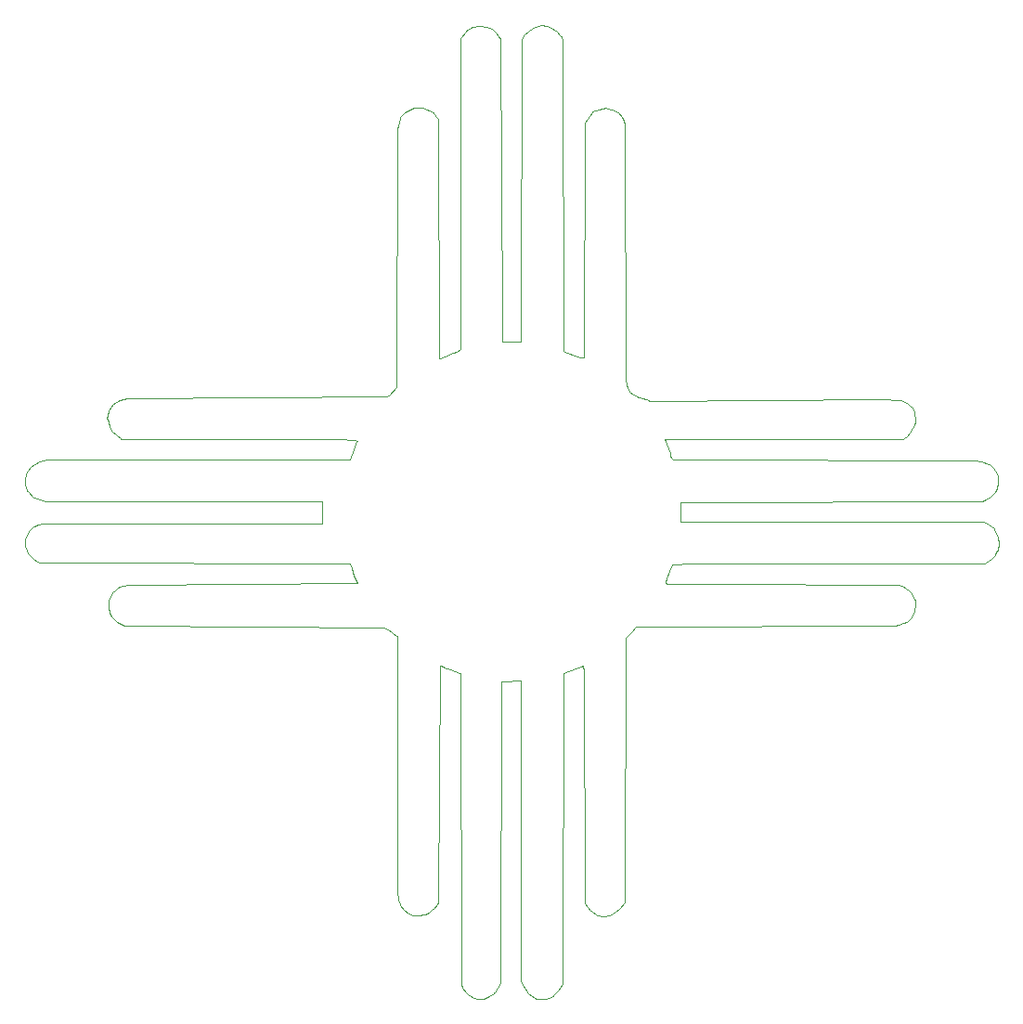
<source format=gm1>
G04 #@! TF.FileFunction,Profile,NP*
%FSLAX46Y46*%
G04 Gerber Fmt 4.6, Leading zero omitted, Abs format (unit mm)*
G04 Created by KiCad (PCBNEW 4.0.7) date Wednesday, July 25, 2018 'PMt' 09:51:56 PM*
%MOMM*%
%LPD*%
G01*
G04 APERTURE LIST*
%ADD10C,0.100000*%
G04 APERTURE END LIST*
D10*
X78663800Y-92278200D02*
X53428900Y-92263000D01*
X78663800Y-94272100D02*
X78663800Y-92278200D01*
X53055180Y-94272500D02*
X78663800Y-94272100D01*
X53601180Y-88437700D02*
X81193180Y-88442800D01*
X98649180Y-48807700D02*
X98650180Y-48808300D01*
X98626180Y-48808800D02*
X98649180Y-48807700D01*
X98603180Y-48809300D02*
X98626180Y-48808800D01*
X98601180Y-48810000D02*
X98603180Y-48809300D01*
X98599180Y-48810100D02*
X98601180Y-48810000D01*
X98096180Y-48935900D02*
X98599180Y-48810100D01*
X98078180Y-48944300D02*
X98096180Y-48935900D01*
X98060180Y-48951200D02*
X98078180Y-48944300D01*
X97525180Y-49284000D02*
X98060180Y-48951200D01*
X97515180Y-49293300D02*
X97525180Y-49284000D01*
X97503180Y-49300700D02*
X97515180Y-49293300D01*
X97024180Y-49765700D02*
X97503180Y-49300700D01*
X97013180Y-49781200D02*
X97024180Y-49765700D01*
X97001180Y-49795600D02*
X97013180Y-49781200D01*
X96858180Y-50055400D02*
X97001180Y-49795600D01*
X96856180Y-50061900D02*
X96858180Y-50055400D01*
X96852180Y-50067500D02*
X96856180Y-50061900D01*
X96849180Y-50085300D02*
X96852180Y-50067500D01*
X96843180Y-50102600D02*
X96849180Y-50085300D01*
X96844180Y-50109400D02*
X96843180Y-50102600D01*
X96842180Y-50116000D02*
X96844180Y-50109400D01*
X96731180Y-75749900D02*
X96842180Y-50116000D01*
X96731180Y-75750800D02*
X96731180Y-75749900D01*
X96731180Y-75751800D02*
X96731180Y-75750800D01*
X96751180Y-77640800D02*
X96731180Y-75751800D01*
X96749180Y-77650700D02*
X96751180Y-77640800D01*
X96738180Y-77652900D02*
X96749180Y-77650700D01*
X95056180Y-77657900D02*
X96738180Y-77652900D01*
X95046180Y-77656200D02*
X95056180Y-77657900D01*
X95044180Y-77645200D02*
X95046180Y-77656200D01*
X95024180Y-75758300D02*
X95044180Y-77645200D01*
X95024180Y-75757500D02*
X95024180Y-75758300D01*
X94856180Y-50038400D02*
X95024180Y-75757500D01*
X94854180Y-50028400D02*
X94856180Y-50038400D01*
X94855180Y-50018300D02*
X94854180Y-50028400D01*
X94849180Y-50004400D02*
X94855180Y-50018300D01*
X94846180Y-49989900D02*
X94849180Y-50004400D01*
X94841180Y-49981500D02*
X94846180Y-49989900D01*
X94837180Y-49971900D02*
X94841180Y-49981500D01*
X94758180Y-49845300D02*
X94837180Y-49971900D01*
X94753180Y-49840600D02*
X94758180Y-49845300D01*
X94751180Y-49834900D02*
X94753180Y-49840600D01*
X94466180Y-49467400D02*
X94751180Y-49834900D01*
X94458180Y-49460300D02*
X94466180Y-49467400D01*
X94452180Y-49451600D02*
X94458180Y-49460300D01*
X94156180Y-49179300D02*
X94452180Y-49451600D01*
X94137180Y-49167900D02*
X94156180Y-49179300D01*
X94119180Y-49155600D02*
X94137180Y-49167900D01*
X93612180Y-48942400D02*
X94119180Y-49155600D01*
X93595180Y-48939000D02*
X93612180Y-48942400D01*
X93579180Y-48933500D02*
X93595180Y-48939000D01*
X92999180Y-48861600D02*
X93579180Y-48933500D01*
X92982180Y-48862800D02*
X92999180Y-48861600D01*
X92965180Y-48861900D02*
X92982180Y-48862800D01*
X92386180Y-48946600D02*
X92965180Y-48861900D01*
X92382180Y-48948000D02*
X92386180Y-48946600D01*
X92378180Y-48948000D02*
X92382180Y-48948000D01*
X92359180Y-48956200D02*
X92378180Y-48948000D01*
X92339180Y-48963200D02*
X92359180Y-48956200D01*
X92336180Y-48965900D02*
X92339180Y-48963200D01*
X92333180Y-48967500D02*
X92336180Y-48965900D01*
X91793180Y-49336900D02*
X92333180Y-48967500D01*
X91780180Y-49349700D02*
X91793180Y-49336900D01*
X91766180Y-49361000D02*
X91780180Y-49349700D01*
X91263180Y-49972300D02*
X91766180Y-49361000D01*
X91254180Y-49988900D02*
X91263180Y-49972300D01*
X91244180Y-50004500D02*
X91254180Y-49988900D01*
X91243180Y-50010600D02*
X91244180Y-50004500D01*
X91240180Y-50016000D02*
X91243180Y-50010600D01*
X91238180Y-50034700D02*
X91240180Y-50016000D01*
X91234180Y-50053100D02*
X91238180Y-50034700D01*
X91259180Y-78372100D02*
X91234180Y-50053100D01*
X91259180Y-78373600D02*
X91259180Y-78372100D01*
X91257180Y-78377800D02*
X91259180Y-78373600D01*
X91249180Y-78385900D02*
X91257180Y-78377800D01*
X90904180Y-78594500D02*
X91249180Y-78385900D01*
X90893180Y-78599900D02*
X90904180Y-78594500D01*
X90563180Y-78718100D02*
X90893180Y-78599900D01*
X90559180Y-78720600D02*
X90563180Y-78718100D01*
X90554180Y-78721600D02*
X90559180Y-78720600D01*
X89817180Y-79049600D02*
X90554180Y-78721600D01*
X89816180Y-79050100D02*
X89817180Y-79049600D01*
X89425180Y-79213600D02*
X89816180Y-79050100D01*
X89418180Y-79215300D02*
X89425180Y-79213600D01*
X89403180Y-79213500D02*
X89418180Y-79215300D01*
X89322180Y-79186500D02*
X89403180Y-79213500D01*
X89311180Y-79179500D02*
X89322180Y-79186500D01*
X89309180Y-79169200D02*
X89311180Y-79179500D01*
X89243180Y-57466300D02*
X89309180Y-79169200D01*
X89239180Y-57446600D02*
X89243180Y-57466300D01*
X89236180Y-57426700D02*
X89239180Y-57446600D01*
X89234180Y-57422500D02*
X89236180Y-57426700D01*
X89233180Y-57417800D02*
X89234180Y-57422500D01*
X89222180Y-57401100D02*
X89233180Y-57417800D01*
X89212180Y-57383600D02*
X89222180Y-57401100D01*
X89017180Y-57157900D02*
X89212180Y-57383600D01*
X89012180Y-57152000D02*
X89017180Y-57157900D01*
X88853180Y-56917700D02*
X89012180Y-57152000D01*
X88851180Y-56916500D02*
X88853180Y-56917700D01*
X88851180Y-56915000D02*
X88851180Y-56916500D01*
X88777180Y-56812400D02*
X88851180Y-56915000D01*
X88774180Y-56810300D02*
X88777180Y-56812400D01*
X88773180Y-56807500D02*
X88774180Y-56810300D01*
X88756180Y-56793500D02*
X88773180Y-56807500D01*
X88741180Y-56778600D02*
X88756180Y-56793500D01*
X88738180Y-56777500D02*
X88741180Y-56778600D01*
X88735180Y-56775500D02*
X88738180Y-56777500D01*
X88476180Y-56632100D02*
X88735180Y-56775500D01*
X88476180Y-56632000D02*
X88476180Y-56632100D01*
X88475180Y-56631700D02*
X88476180Y-56632000D01*
X88369180Y-56573500D02*
X88475180Y-56631700D01*
X88363180Y-56571800D02*
X88369180Y-56573500D01*
X88359180Y-56568700D02*
X88363180Y-56571800D01*
X88158180Y-56480400D02*
X88359180Y-56568700D01*
X88155180Y-56479900D02*
X88158180Y-56480400D01*
X88153180Y-56478500D02*
X88155180Y-56479900D01*
X87888180Y-56374200D02*
X88153180Y-56478500D01*
X87870180Y-56371100D02*
X87888180Y-56374200D01*
X87853180Y-56366000D02*
X87870180Y-56371100D01*
X87506180Y-56333100D02*
X87853180Y-56366000D01*
X87495180Y-56334200D02*
X87506180Y-56333100D01*
X87485180Y-56332900D02*
X87495180Y-56334200D01*
X87017180Y-56365900D02*
X87485180Y-56332900D01*
X86993180Y-56372300D02*
X87017180Y-56365900D01*
X86970180Y-56378400D02*
X86993180Y-56372300D01*
X86639180Y-56539300D02*
X86970180Y-56378400D01*
X86637180Y-56540800D02*
X86639180Y-56539300D01*
X86635180Y-56541500D02*
X86637180Y-56540800D01*
X86206180Y-56770600D02*
X86635180Y-56541500D01*
X86192180Y-56782000D02*
X86206180Y-56770600D01*
X86177180Y-56791800D02*
X86192180Y-56782000D01*
X85783180Y-57176100D02*
X86177180Y-56791800D01*
X85778180Y-57184000D02*
X85783180Y-57176100D01*
X85771180Y-57190400D02*
X85778180Y-57184000D01*
X85764180Y-57204300D02*
X85771180Y-57190400D01*
X85755180Y-57217000D02*
X85764180Y-57204300D01*
X85753180Y-57226400D02*
X85755180Y-57217000D01*
X85749180Y-57235000D02*
X85753180Y-57226400D01*
X85533180Y-58064200D02*
X85749180Y-57235000D01*
X85532180Y-58080000D02*
X85533180Y-58064200D01*
X85529180Y-58095600D02*
X85532180Y-58080000D01*
X85407180Y-81782700D02*
X85529180Y-58095600D01*
X85406180Y-81790200D02*
X85407180Y-81782700D01*
X85399180Y-81802600D02*
X85406180Y-81790200D01*
X84703180Y-82577500D02*
X85399180Y-81802600D01*
X84687180Y-82590700D02*
X84703180Y-82577500D01*
X84486180Y-82699900D02*
X84687180Y-82590700D01*
X84457180Y-82707600D02*
X84486180Y-82699900D01*
X60874180Y-82849600D02*
X84457180Y-82707600D01*
X60861180Y-82852200D02*
X60874180Y-82849600D01*
X60848180Y-82852400D02*
X60861180Y-82852200D01*
X60211180Y-82987600D02*
X60848180Y-82852400D01*
X60192180Y-82995800D02*
X60211180Y-82987600D01*
X60172180Y-83002900D02*
X60192180Y-82995800D01*
X59605180Y-83343100D02*
X60172180Y-83002900D01*
X59603180Y-83345200D02*
X59605180Y-83343100D01*
X59600180Y-83346300D02*
X59603180Y-83345200D01*
X59584180Y-83361700D02*
X59600180Y-83346300D01*
X59568180Y-83376400D02*
X59584180Y-83361700D01*
X59567180Y-83379200D02*
X59568180Y-83376400D01*
X59565180Y-83381400D02*
X59567180Y-83379200D01*
X59164180Y-83980900D02*
X59565180Y-83381400D01*
X59163180Y-83982000D02*
X59164180Y-83980900D01*
X59162180Y-83982800D02*
X59163180Y-83982000D01*
X59154180Y-84004800D02*
X59162180Y-83982800D01*
X59145180Y-84026700D02*
X59154180Y-84004800D01*
X59145180Y-84027800D02*
X59145180Y-84026700D01*
X59144180Y-84028900D02*
X59145180Y-84027800D01*
X59027180Y-84674900D02*
X59144180Y-84028900D01*
X59027180Y-84679000D02*
X59027180Y-84674900D01*
X59026180Y-84682900D02*
X59027180Y-84679000D01*
X59028180Y-84703600D02*
X59026180Y-84682900D01*
X59028180Y-84724500D02*
X59028180Y-84703600D01*
X59030180Y-84728200D02*
X59028180Y-84724500D01*
X59030180Y-84732200D02*
X59030180Y-84728200D01*
X59221180Y-85405500D02*
X59030180Y-84732200D01*
X59228180Y-85419000D02*
X59221180Y-85405500D01*
X59233180Y-85433500D02*
X59228180Y-85419000D01*
X59468180Y-85848400D02*
X59233180Y-85433500D01*
X59482180Y-85864600D02*
X59468180Y-85848400D01*
X59495180Y-85881500D02*
X59482180Y-85864600D01*
X60231180Y-86521900D02*
X59495180Y-85881500D01*
X60248180Y-86532000D02*
X60231180Y-86521900D01*
X60265180Y-86543400D02*
X60248180Y-86532000D01*
X60270180Y-86544300D02*
X60265180Y-86543400D01*
X60274180Y-86546500D02*
X60270180Y-86544300D01*
X60294180Y-86549100D02*
X60274180Y-86546500D01*
X60314180Y-86553100D02*
X60294180Y-86549100D01*
X80123180Y-86583500D02*
X60314180Y-86553100D01*
X80125180Y-86583600D02*
X80123180Y-86583500D01*
X81573180Y-86628800D02*
X80125180Y-86583600D01*
X81599180Y-86635400D02*
X81573180Y-86628800D01*
X81815180Y-86743300D02*
X81599180Y-86635400D01*
X81827180Y-86753900D02*
X81815180Y-86743300D01*
X81823180Y-86761300D02*
X81827180Y-86753900D01*
X81707180Y-86917100D02*
X81823180Y-86761300D01*
X81698180Y-86935900D02*
X81707180Y-86917100D01*
X81687180Y-86954100D02*
X81698180Y-86935900D01*
X81511180Y-87497900D02*
X81687180Y-86954100D01*
X81511180Y-87498000D02*
X81511180Y-87497900D01*
X81511180Y-87498100D02*
X81511180Y-87498000D01*
X81211180Y-88428800D02*
X81511180Y-87498100D01*
X81203180Y-88440800D02*
X81211180Y-88428800D01*
X81193180Y-88442800D02*
X81203180Y-88440800D01*
X53587180Y-88440700D02*
X53601180Y-88437700D01*
X53571180Y-88441300D02*
X53587180Y-88440700D01*
X52772180Y-88636400D02*
X53571180Y-88441300D01*
X52755180Y-88644400D02*
X52772180Y-88636400D01*
X52737180Y-88650800D02*
X52755180Y-88644400D01*
X52162180Y-88995900D02*
X52737180Y-88650800D01*
X52146180Y-89009800D02*
X52162180Y-88995900D01*
X52130180Y-89022700D02*
X52146180Y-89009800D01*
X51716180Y-89512400D02*
X52130180Y-89022700D01*
X51714180Y-89516100D02*
X51716180Y-89512400D01*
X51710180Y-89518900D02*
X51714180Y-89516100D01*
X51702180Y-89537600D02*
X51710180Y-89518900D01*
X51692180Y-89555800D02*
X51702180Y-89537600D01*
X51691180Y-89559900D02*
X51692180Y-89555800D01*
X51689180Y-89563700D02*
X51691180Y-89559900D01*
X51558180Y-90089900D02*
X51689180Y-89563700D01*
X51557180Y-90104300D02*
X51558180Y-90089900D01*
X51554180Y-90118500D02*
X51557180Y-90104300D01*
X51544180Y-90676100D02*
X51554180Y-90118500D01*
X51548180Y-90697600D02*
X51544180Y-90676100D01*
X51551180Y-90719400D02*
X51548180Y-90697600D01*
X51733180Y-91251100D02*
X51551180Y-90719400D01*
X51734180Y-91253300D02*
X51733180Y-91251100D01*
X51735180Y-91255700D02*
X51734180Y-91253300D01*
X51747180Y-91274600D02*
X51735180Y-91255700D01*
X51758180Y-91294000D02*
X51747180Y-91274600D01*
X51760180Y-91295500D02*
X51758180Y-91294000D01*
X51761180Y-91297600D02*
X51760180Y-91295500D01*
X52330180Y-91894300D02*
X51761180Y-91297600D01*
X52335180Y-91898100D02*
X52330180Y-91894300D01*
X52339180Y-91903200D02*
X52335180Y-91898100D01*
X52355180Y-91912200D02*
X52339180Y-91903200D01*
X52370180Y-91922900D02*
X52355180Y-91912200D01*
X52377180Y-91924300D02*
X52370180Y-91922900D01*
X53429180Y-92263000D02*
X52377180Y-91924300D01*
X68941180Y-92259800D02*
X68931180Y-92257900D01*
X68943180Y-92270600D02*
X68941180Y-92259800D01*
X52779180Y-94333300D02*
X53055180Y-94272500D01*
X52769180Y-94337600D02*
X52779180Y-94333300D01*
X52758180Y-94339700D02*
X52769180Y-94337600D01*
X52343180Y-94509500D02*
X52758180Y-94339700D01*
X52324180Y-94522400D02*
X52343180Y-94509500D01*
X52304180Y-94534800D02*
X52324180Y-94522400D01*
X51958180Y-94862400D02*
X52304180Y-94534800D01*
X51948180Y-94876200D02*
X51958180Y-94862400D01*
X51937180Y-94888500D02*
X51948180Y-94876200D01*
X51713180Y-95255000D02*
X51937180Y-94888500D01*
X51709180Y-95266300D02*
X51713180Y-95255000D01*
X51702180Y-95276500D02*
X51709180Y-95266300D01*
X51532180Y-95731400D02*
X51702180Y-95276500D01*
X51528180Y-95753700D02*
X51532180Y-95731400D01*
X51524180Y-95775900D02*
X51528180Y-95753700D01*
X51524180Y-96292000D02*
X51524180Y-95775900D01*
X51528180Y-96315900D02*
X51524180Y-96292000D01*
X51533180Y-96339800D02*
X51528180Y-96315900D01*
X51706180Y-96765600D02*
X51533180Y-96339800D01*
X51714180Y-96777700D02*
X51706180Y-96765600D01*
X51720180Y-96791000D02*
X51714180Y-96777700D01*
X51891180Y-97033300D02*
X51720180Y-96791000D01*
X51895180Y-97037400D02*
X51891180Y-97033300D01*
X51898180Y-97042700D02*
X51895180Y-97037400D01*
X52281180Y-97489400D02*
X51898180Y-97042700D01*
X52293180Y-97498400D02*
X52281180Y-97489400D01*
X52303180Y-97509100D02*
X52293180Y-97498400D01*
X52621180Y-97743000D02*
X52303180Y-97509100D01*
X52638180Y-97751100D02*
X52621180Y-97743000D01*
X52654180Y-97760700D02*
X52638180Y-97751100D01*
X52880180Y-97838900D02*
X52654180Y-97760700D01*
X52901180Y-97841800D02*
X52880180Y-97838900D01*
X52922180Y-97845900D02*
X52901180Y-97841800D01*
X81161180Y-97906800D02*
X52922180Y-97845900D01*
X81175180Y-97910200D02*
X81161180Y-97906800D01*
X81179180Y-97919000D02*
X81175180Y-97910200D01*
X81312180Y-98346700D02*
X81179180Y-97919000D01*
X81313180Y-98348700D02*
X81312180Y-98346700D01*
X81314180Y-98350900D02*
X81313180Y-98348700D01*
X81539180Y-98997500D02*
X81314180Y-98350900D01*
X81543180Y-99003600D02*
X81539180Y-98997500D01*
X81544180Y-99010400D02*
X81543180Y-99003600D01*
X81858180Y-99666700D02*
X81544180Y-99010400D01*
X81859180Y-99671100D02*
X81858180Y-99666700D01*
X81859180Y-99673500D02*
X81859180Y-99671100D01*
X81851180Y-99681200D02*
X81859180Y-99673500D01*
X81825180Y-99696400D02*
X81851180Y-99681200D01*
X81794180Y-99705300D02*
X81825180Y-99696400D01*
X60991180Y-99867600D02*
X81794180Y-99705300D01*
X60978180Y-99870300D02*
X60991180Y-99867600D01*
X60965180Y-99870600D02*
X60978180Y-99870300D01*
X60083180Y-100064300D02*
X60965180Y-99870600D01*
X60078180Y-100066500D02*
X60083180Y-100064300D01*
X60073180Y-100067000D02*
X60078180Y-100066500D01*
X60056180Y-100076300D02*
X60073180Y-100067000D01*
X60038180Y-100084200D02*
X60056180Y-100076300D01*
X60034180Y-100088100D02*
X60038180Y-100084200D01*
X60029180Y-100090700D02*
X60034180Y-100088100D01*
X59645180Y-100410300D02*
X60029180Y-100090700D01*
X59634180Y-100423700D02*
X59645180Y-100410300D01*
X59621180Y-100435800D02*
X59634180Y-100423700D01*
X59346180Y-100834400D02*
X59621180Y-100435800D01*
X59340180Y-100849700D02*
X59346180Y-100834400D01*
X59331180Y-100863900D02*
X59340180Y-100849700D01*
X59165180Y-101330000D02*
X59331180Y-100863900D01*
X59162180Y-101346700D02*
X59165180Y-101330000D01*
X59158180Y-101363000D02*
X59162180Y-101346700D01*
X59120180Y-101856400D02*
X59158180Y-101363000D01*
X59122180Y-101874100D02*
X59120180Y-101856400D01*
X59122180Y-101892000D02*
X59122180Y-101874100D01*
X59221180Y-102368500D02*
X59122180Y-101892000D01*
X59229180Y-102386100D02*
X59221180Y-102368500D01*
X59234180Y-102404200D02*
X59229180Y-102386100D01*
X59425180Y-102749000D02*
X59234180Y-102404200D01*
X59436180Y-102761400D02*
X59425180Y-102749000D01*
X59445180Y-102775100D02*
X59436180Y-102761400D01*
X59838180Y-103187700D02*
X59445180Y-102775100D01*
X59858180Y-103201400D02*
X59838180Y-103187700D01*
X59877180Y-103215400D02*
X59858180Y-103201400D01*
X60638180Y-103564700D02*
X59877180Y-103215400D01*
X60640180Y-103565200D02*
X60638180Y-103564700D01*
X60641180Y-103566300D02*
X60640180Y-103565200D01*
X60664180Y-103570900D02*
X60641180Y-103566300D01*
X60686180Y-103576200D02*
X60664180Y-103570900D01*
X60688180Y-103575900D02*
X60686180Y-103576200D01*
X60690180Y-103576300D02*
X60688180Y-103575900D01*
X84266180Y-103723300D02*
X60690180Y-103576300D01*
X84300180Y-103733500D02*
X84266180Y-103723300D01*
X84902180Y-104128600D02*
X84300180Y-103733500D01*
X84906180Y-104131300D02*
X84902180Y-104128600D01*
X85057180Y-104246600D02*
X84906180Y-104131300D01*
X85057180Y-104246700D02*
X85057180Y-104246600D01*
X85057180Y-104246900D02*
X85057180Y-104246700D01*
X85445180Y-104541400D02*
X85057180Y-104246900D01*
X85457180Y-104556400D02*
X85445180Y-104541400D01*
X85458180Y-104564200D02*
X85457180Y-104556400D01*
X85504180Y-127849400D02*
X85458180Y-104564200D01*
X85505180Y-127853400D02*
X85504180Y-127849400D01*
X85504180Y-127857400D02*
X85505180Y-127853400D01*
X85548180Y-128485400D02*
X85504180Y-127857400D01*
X85553180Y-128503400D02*
X85548180Y-128485400D01*
X85556180Y-128520400D02*
X85553180Y-128503400D01*
X85738180Y-129008400D02*
X85556180Y-128520400D01*
X85745180Y-129020400D02*
X85738180Y-129008400D01*
X85750180Y-129033400D02*
X85745180Y-129020400D01*
X86040180Y-129475400D02*
X85750180Y-129033400D01*
X86056180Y-129491400D02*
X86040180Y-129475400D01*
X86071180Y-129507400D02*
X86056180Y-129491400D01*
X86479180Y-129806400D02*
X86071180Y-129507400D01*
X86491180Y-129812400D02*
X86479180Y-129806400D01*
X86502180Y-129819400D02*
X86491180Y-129812400D01*
X86910180Y-130003400D02*
X86502180Y-129819400D01*
X86932180Y-130008400D02*
X86910180Y-130003400D01*
X86954180Y-130013400D02*
X86932180Y-130008400D01*
X87405180Y-130041400D02*
X86954180Y-130013400D01*
X87424180Y-130039400D02*
X87405180Y-130041400D01*
X87443180Y-130038400D02*
X87424180Y-130039400D01*
X87975180Y-129909400D02*
X87443180Y-130038400D01*
X87987180Y-129903400D02*
X87975180Y-129909400D01*
X88000180Y-129900400D02*
X87987180Y-129903400D01*
X88353180Y-129730400D02*
X88000180Y-129900400D01*
X88367180Y-129720400D02*
X88353180Y-129730400D01*
X88382180Y-129711400D02*
X88367180Y-129720400D01*
X88738180Y-129393400D02*
X88382180Y-129711400D01*
X88744180Y-129386400D02*
X88738180Y-129393400D01*
X88751180Y-129380400D02*
X88744180Y-129386400D01*
X89093180Y-128969400D02*
X88751180Y-129380400D01*
X89099180Y-128959400D02*
X89093180Y-128969400D01*
X89106180Y-128950400D02*
X89099180Y-128959400D01*
X89201180Y-128781400D02*
X89106180Y-128950400D01*
X89204180Y-128774400D02*
X89201180Y-128781400D01*
X89208180Y-128768400D02*
X89204180Y-128774400D01*
X89211180Y-128751400D02*
X89208180Y-128768400D01*
X89217180Y-128734400D02*
X89211180Y-128751400D01*
X89216180Y-128726400D02*
X89217180Y-128734400D01*
X89218180Y-128719400D02*
X89216180Y-128726400D01*
X89349180Y-107204400D02*
X89218180Y-128719400D01*
X89351180Y-107196400D02*
X89349180Y-107204400D01*
X89361180Y-107197400D02*
X89351180Y-107196400D01*
X89740180Y-107350400D02*
X89361180Y-107197400D01*
X89741180Y-107351400D02*
X89740180Y-107350400D01*
X90278180Y-107586400D02*
X89741180Y-107351400D01*
X90285180Y-107588400D02*
X90278180Y-107586400D01*
X90291180Y-107591400D02*
X90285180Y-107588400D01*
X91200180Y-107879400D02*
X90291180Y-107591400D01*
X91212180Y-107886400D02*
X91200180Y-107879400D01*
X91214180Y-107896400D02*
X91212180Y-107886400D01*
X91320180Y-136261400D02*
X91214180Y-107896400D01*
X91324180Y-136280400D02*
X91320180Y-136261400D01*
X91327180Y-136300400D02*
X91324180Y-136280400D01*
X91426180Y-136606400D02*
X91327180Y-136300400D01*
X91436180Y-136624400D02*
X91426180Y-136606400D01*
X91445180Y-136643400D02*
X91436180Y-136624400D01*
X91713180Y-136996400D02*
X91445180Y-136643400D01*
X91724180Y-137005400D02*
X91713180Y-136996400D01*
X91733180Y-137016400D02*
X91724180Y-137005400D01*
X92049180Y-137280400D02*
X91733180Y-137016400D01*
X92058180Y-137285400D02*
X92049180Y-137280400D01*
X92065180Y-137292400D02*
X92058180Y-137285400D01*
X92424180Y-137507400D02*
X92065180Y-137292400D01*
X92439180Y-137512400D02*
X92424180Y-137507400D01*
X92454180Y-137520400D02*
X92439180Y-137512400D01*
X92813180Y-137626400D02*
X92454180Y-137520400D01*
X92835180Y-137628400D02*
X92813180Y-137626400D01*
X92857180Y-137631400D02*
X92835180Y-137628400D01*
X93288180Y-137603400D02*
X92857180Y-137631400D01*
X93306180Y-137598400D02*
X93288180Y-137603400D01*
X93324180Y-137595400D02*
X93306180Y-137598400D01*
X93864180Y-137394400D02*
X93324180Y-137595400D01*
X93879180Y-137385400D02*
X93864180Y-137394400D01*
X93895180Y-137378400D02*
X93879180Y-137385400D01*
X94313180Y-137069400D02*
X93895180Y-137378400D01*
X94325180Y-137055400D02*
X94313180Y-137069400D01*
X94339180Y-137043400D02*
X94325180Y-137055400D01*
X94641180Y-136635400D02*
X94339180Y-137043400D01*
X94646180Y-136625400D02*
X94641180Y-136635400D01*
X94653180Y-136617400D02*
X94646180Y-136625400D01*
X94878180Y-136170400D02*
X94653180Y-136617400D01*
X94879180Y-136166400D02*
X94878180Y-136170400D01*
X94882180Y-136162400D02*
X94879180Y-136166400D01*
X94886180Y-136142400D02*
X94882180Y-136162400D01*
X94891180Y-136123400D02*
X94886180Y-136142400D01*
X94891180Y-136118400D02*
X94891180Y-136123400D01*
X94892180Y-136114400D02*
X94891180Y-136118400D01*
X95003180Y-108676400D02*
X94892180Y-136114400D01*
X95005180Y-108669400D02*
X95003180Y-108676400D01*
X95005180Y-108668400D02*
X95005180Y-108669400D01*
X95016180Y-108665400D02*
X95005180Y-108668400D01*
X96748180Y-108595400D02*
X95016180Y-108665400D01*
X96759180Y-108597400D02*
X96748180Y-108595400D01*
X96761180Y-108607400D02*
X96759180Y-108597400D01*
X96761180Y-135914400D02*
X96761180Y-108607400D01*
X96761180Y-135915400D02*
X96761180Y-135914400D01*
X96761180Y-135916400D02*
X96761180Y-135915400D01*
X96766180Y-135939400D02*
X96761180Y-135916400D01*
X96771180Y-135962400D02*
X96766180Y-135939400D01*
X96772180Y-135963400D02*
X96771180Y-135962400D01*
X96772180Y-135965400D02*
X96772180Y-135963400D01*
X96849180Y-136140400D02*
X96772180Y-135965400D01*
X96854180Y-136148400D02*
X96849180Y-136140400D01*
X96857180Y-136156400D02*
X96854180Y-136148400D01*
X97434180Y-137089400D02*
X96857180Y-136156400D01*
X97450180Y-137106400D02*
X97434180Y-137089400D01*
X97466180Y-137123400D02*
X97450180Y-137106400D01*
X98040180Y-137557400D02*
X97466180Y-137123400D01*
X98052180Y-137563400D02*
X98040180Y-137557400D01*
X98064180Y-137571400D02*
X98052180Y-137563400D01*
X98074180Y-137574400D02*
X98064180Y-137571400D01*
X98084180Y-137579400D02*
X98074180Y-137574400D01*
X98098180Y-137579400D02*
X98084180Y-137579400D01*
X98112180Y-137583400D02*
X98098180Y-137579400D01*
X98918180Y-137611400D02*
X98112180Y-137583400D01*
X98935180Y-137608400D02*
X98918180Y-137611400D01*
X98953180Y-137607400D02*
X98935180Y-137608400D01*
X99409180Y-137494400D02*
X98953180Y-137607400D01*
X99427180Y-137486400D02*
X99409180Y-137494400D01*
X99445180Y-137480400D02*
X99427180Y-137486400D01*
X99684180Y-137335400D02*
X99445180Y-137480400D01*
X99695180Y-137325400D02*
X99684180Y-137335400D01*
X99708180Y-137316400D02*
X99695180Y-137325400D01*
X100151180Y-136874400D02*
X99708180Y-137316400D01*
X100158180Y-136863400D02*
X100151180Y-136874400D01*
X100167180Y-136855400D02*
X100158180Y-136863400D01*
X100540180Y-136297400D02*
X100167180Y-136855400D01*
X100544180Y-136286400D02*
X100540180Y-136297400D01*
X100551180Y-136276400D02*
X100544180Y-136286400D01*
X100554180Y-136263400D02*
X100551180Y-136276400D01*
X100559180Y-136252400D02*
X100554180Y-136263400D01*
X100559180Y-136239400D02*
X100559180Y-136252400D01*
X100561180Y-136227400D02*
X100559180Y-136239400D01*
X100622180Y-107945400D02*
X100561180Y-136227400D01*
X100623180Y-107934400D02*
X100622180Y-107945400D01*
X100626180Y-107917400D02*
X100623180Y-107934400D01*
X100627180Y-107914400D02*
X100626180Y-107917400D01*
X100629180Y-107911400D02*
X100627180Y-107914400D01*
X100639180Y-107905400D02*
X100629180Y-107911400D01*
X101706180Y-107519400D02*
X100639180Y-107905400D01*
X101709180Y-107517400D02*
X101706180Y-107519400D01*
X101712180Y-107517400D02*
X101709180Y-107517400D01*
X102274180Y-107286400D02*
X101712180Y-107517400D01*
X102282180Y-107283400D02*
X102274180Y-107286400D01*
X102435180Y-107243400D02*
X102282180Y-107283400D01*
X102449180Y-107242400D02*
X102435180Y-107243400D01*
X102452180Y-107251400D02*
X102449180Y-107242400D01*
X102516180Y-107758400D02*
X102452180Y-107251400D01*
X102517180Y-107766400D02*
X102516180Y-107758400D01*
X102588180Y-128839400D02*
X102517180Y-107766400D01*
X102591180Y-128857400D02*
X102588180Y-128839400D01*
X102593180Y-128876400D02*
X102591180Y-128857400D01*
X102596180Y-128881400D02*
X102593180Y-128876400D01*
X102598180Y-128888400D02*
X102596180Y-128881400D01*
X102608180Y-128903400D02*
X102598180Y-128888400D01*
X102617180Y-128919400D02*
X102608180Y-128903400D01*
X103141180Y-129557400D02*
X102617180Y-128919400D01*
X103154180Y-129568400D02*
X103141180Y-129557400D01*
X103166180Y-129580400D02*
X103154180Y-129568400D01*
X103695180Y-129957400D02*
X103166180Y-129580400D01*
X103695180Y-129957400D02*
X103695180Y-129957400D01*
X103695180Y-129957400D02*
X103695180Y-129957400D01*
X103695180Y-129957400D02*
X103695180Y-129957400D01*
X103717180Y-129967400D02*
X103695180Y-129957400D01*
X103740180Y-129977400D02*
X103717180Y-129967400D01*
X104217180Y-130087400D02*
X103740180Y-129977400D01*
X104219180Y-130087400D02*
X104217180Y-130087400D01*
X104222180Y-130088400D02*
X104219180Y-130087400D01*
X104244180Y-130088400D02*
X104222180Y-130088400D01*
X104266180Y-130089400D02*
X104244180Y-130088400D01*
X104269180Y-130088400D02*
X104266180Y-130089400D01*
X104271180Y-130088400D02*
X104269180Y-130088400D01*
X104841180Y-129970400D02*
X104271180Y-130088400D01*
X104857180Y-129963400D02*
X104841180Y-129970400D01*
X104875180Y-129958400D02*
X104857180Y-129963400D01*
X105394180Y-129684400D02*
X104875180Y-129958400D01*
X105406180Y-129674400D02*
X105394180Y-129684400D01*
X105418180Y-129667400D02*
X105406180Y-129674400D01*
X105750180Y-129378400D02*
X105418180Y-129667400D01*
X105756180Y-129371400D02*
X105750180Y-129378400D01*
X105764180Y-129364400D02*
X105756180Y-129371400D01*
X106216180Y-128828400D02*
X105764180Y-129364400D01*
X106225180Y-128811400D02*
X106216180Y-128828400D01*
X106236180Y-128795400D02*
X106225180Y-128811400D01*
X106237180Y-128790400D02*
X106236180Y-128795400D01*
X106240180Y-128785400D02*
X106237180Y-128790400D01*
X106242180Y-128766400D02*
X106240180Y-128785400D01*
X106246180Y-128747400D02*
X106242180Y-128766400D01*
X106286180Y-104666500D02*
X106246180Y-128747400D01*
X106289180Y-104653600D02*
X106286180Y-104666500D01*
X106295180Y-104644400D02*
X106289180Y-104653600D01*
X106791180Y-104183300D02*
X106295180Y-104644400D01*
X106794180Y-104180100D02*
X106791180Y-104183300D01*
X106797180Y-104177800D02*
X106794180Y-104180100D01*
X107283180Y-103666800D02*
X106797180Y-104177800D01*
X107293180Y-103659700D02*
X107283180Y-103666800D01*
X107305180Y-103657400D02*
X107293180Y-103659700D01*
X129867180Y-103601500D02*
X107305180Y-103657400D01*
X129868180Y-103601400D02*
X129867180Y-103601500D01*
X129868180Y-103601500D02*
X129868180Y-103601400D01*
X130839180Y-103586600D02*
X129868180Y-103601500D01*
X130857180Y-103582600D02*
X130839180Y-103586600D01*
X130876180Y-103580300D02*
X130857180Y-103582600D01*
X131181180Y-103480300D02*
X130876180Y-103580300D01*
X131185180Y-103479100D02*
X131181180Y-103480300D01*
X131651180Y-103360200D02*
X131185180Y-103479100D01*
X131660180Y-103355800D02*
X131651180Y-103360200D01*
X131670180Y-103353600D02*
X131660180Y-103355800D01*
X131999180Y-103209800D02*
X131670180Y-103353600D01*
X132019180Y-103196300D02*
X131999180Y-103209800D01*
X132038180Y-103183200D02*
X132019180Y-103196300D01*
X132312180Y-102909200D02*
X132038180Y-103183200D01*
X132319180Y-102898900D02*
X132312180Y-102909200D01*
X132328180Y-102890300D02*
X132319180Y-102898900D01*
X132483180Y-102660200D02*
X132328180Y-102890300D01*
X132487180Y-102650600D02*
X132483180Y-102660200D01*
X132493180Y-102642100D02*
X132487180Y-102650600D01*
X132673180Y-102248500D02*
X132493180Y-102642100D01*
X132678180Y-102228900D02*
X132673180Y-102248500D01*
X132684180Y-102209600D02*
X132678180Y-102228900D01*
X132746180Y-101650700D02*
X132684180Y-102209600D01*
X132745180Y-101635600D02*
X132746180Y-101650700D01*
X132746180Y-101620500D02*
X132745180Y-101635600D01*
X132700180Y-101259200D02*
X132746180Y-101620500D01*
X132693180Y-101240400D02*
X132700180Y-101259200D01*
X132688180Y-101221200D02*
X132693180Y-101240400D01*
X132488180Y-100796500D02*
X132688180Y-101221200D01*
X132482180Y-100788200D02*
X132488180Y-100796500D01*
X132478180Y-100778700D02*
X132482180Y-100788200D01*
X132322180Y-100552300D02*
X132478180Y-100778700D01*
X132314180Y-100544700D02*
X132322180Y-100552300D01*
X132308180Y-100535600D02*
X132314180Y-100544700D01*
X132125180Y-100347700D02*
X132308180Y-100535600D01*
X132117180Y-100341700D02*
X132125180Y-100347700D01*
X132109180Y-100333900D02*
X132117180Y-100341700D01*
X131898180Y-100178700D02*
X132109180Y-100333900D01*
X131888180Y-100174300D02*
X131898180Y-100178700D01*
X131880180Y-100167800D02*
X131888180Y-100174300D01*
X131515180Y-99982900D02*
X131880180Y-100167800D01*
X131508180Y-99980800D02*
X131515180Y-99982900D01*
X131501180Y-99976900D02*
X131508180Y-99980800D01*
X131224180Y-99875300D02*
X131501180Y-99976900D01*
X131203180Y-99872000D02*
X131224180Y-99875300D01*
X131181180Y-99867600D02*
X131203180Y-99872000D01*
X114252180Y-99766100D02*
X131181180Y-99867600D01*
X114251180Y-99766100D02*
X114252180Y-99766100D01*
X114251180Y-99766100D02*
X114251180Y-99766100D01*
X110141180Y-99745800D02*
X114251180Y-99766100D01*
X110132180Y-99745100D02*
X110141180Y-99745800D01*
X109976180Y-99722100D02*
X110132180Y-99745100D01*
X109954180Y-99714500D02*
X109976180Y-99722100D01*
X109942180Y-99708000D02*
X109954180Y-99714500D01*
X109931180Y-99697200D02*
X109942180Y-99708000D01*
X109932180Y-99687700D02*
X109931180Y-99697200D01*
X109943180Y-99641000D02*
X109932180Y-99687700D01*
X109944180Y-99637300D02*
X109943180Y-99641000D01*
X110065180Y-99254700D02*
X109944180Y-99637300D01*
X110066180Y-99251500D02*
X110065180Y-99254700D01*
X110319180Y-98579400D02*
X110066180Y-99251500D01*
X110321180Y-98575500D02*
X110319180Y-98579400D01*
X110565180Y-98037000D02*
X110321180Y-98575500D01*
X110568180Y-98032800D02*
X110565180Y-98037000D01*
X110570180Y-98031100D02*
X110568180Y-98032800D01*
X110581180Y-98028000D02*
X110570180Y-98031100D01*
X112213180Y-97927300D02*
X110581180Y-98028000D01*
X112216180Y-97927200D02*
X112213180Y-97927300D01*
X139102180Y-97871400D02*
X112216180Y-97927200D01*
X139117180Y-97868300D02*
X139102180Y-97871400D01*
X139132180Y-97867500D02*
X139117180Y-97868300D01*
X139141180Y-97863500D02*
X139132180Y-97867500D01*
X139150180Y-97861600D02*
X139141180Y-97863500D01*
X139163180Y-97852900D02*
X139150180Y-97861600D01*
X139177180Y-97846200D02*
X139163180Y-97852900D01*
X139674180Y-97476000D02*
X139177180Y-97846200D01*
X139681180Y-97468500D02*
X139674180Y-97476000D01*
X139689180Y-97462700D02*
X139681180Y-97468500D01*
X140013180Y-97129100D02*
X139689180Y-97462700D01*
X140024180Y-97112100D02*
X140013180Y-97129100D01*
X140036180Y-97095800D02*
X140024180Y-97112100D01*
X140222180Y-96709800D02*
X140036180Y-97095800D01*
X140227180Y-96691600D02*
X140222180Y-96709800D01*
X140234180Y-96674000D02*
X140227180Y-96691600D01*
X140320180Y-96113100D02*
X140234180Y-96674000D01*
X140319180Y-96098300D02*
X140320180Y-96113100D01*
X140321180Y-96083500D02*
X140319180Y-96098300D01*
X140278180Y-95561300D02*
X140321180Y-96083500D01*
X140272180Y-95540600D02*
X140278180Y-95561300D01*
X140267180Y-95519700D02*
X140272180Y-95540600D01*
X139934180Y-94776100D02*
X140267180Y-95519700D01*
X139930180Y-94771000D02*
X139934180Y-94776100D01*
X139928180Y-94765000D02*
X139930180Y-94771000D01*
X139916180Y-94750900D02*
X139928180Y-94765000D01*
X139905180Y-94735700D02*
X139916180Y-94750900D01*
X139900180Y-94732400D02*
X139905180Y-94735700D01*
X139896180Y-94727600D02*
X139900180Y-94732400D01*
X139450180Y-94382900D02*
X139896180Y-94727600D01*
X139448180Y-94381700D02*
X139450180Y-94382900D01*
X139446180Y-94379800D02*
X139448180Y-94381700D01*
X139169180Y-94182700D02*
X139446180Y-94379800D01*
X139169180Y-94182600D02*
X139169180Y-94182700D01*
X139169180Y-94182600D02*
X139169180Y-94182600D01*
X139146180Y-94172400D02*
X139169180Y-94182600D01*
X139124180Y-94162300D02*
X139146180Y-94172400D01*
X139124180Y-94162300D02*
X139124180Y-94162300D01*
X139124180Y-94162300D02*
X139124180Y-94162300D01*
X138985180Y-94130500D02*
X139124180Y-94162300D01*
X138971180Y-94130100D02*
X138985180Y-94130500D01*
X138957180Y-94127300D02*
X138971180Y-94130100D01*
X116274180Y-94081600D02*
X138957180Y-94127300D01*
X116273180Y-94081700D02*
X116274180Y-94081600D01*
X116273180Y-94081600D02*
X116273180Y-94081700D01*
X111351180Y-94096800D02*
X116273180Y-94081600D01*
X111337180Y-94093300D02*
X111351180Y-94096800D01*
X111332180Y-94084600D02*
X111337180Y-94093300D01*
X111292180Y-93951900D02*
X111332180Y-94084600D01*
X111290180Y-93936600D02*
X111292180Y-93951900D01*
X111275180Y-93612400D02*
X111290180Y-93936600D01*
X111275180Y-93605900D02*
X111275180Y-93612400D01*
X111320180Y-92799900D02*
X111275180Y-93605900D01*
X111320180Y-92796300D02*
X111320180Y-92799900D01*
X111320180Y-92792800D02*
X111320180Y-92796300D01*
X111320180Y-92305200D02*
X111320180Y-92792800D01*
X111322180Y-92295700D02*
X111320180Y-92305200D01*
X111333180Y-92293400D02*
X111322180Y-92295700D01*
X138742180Y-92237600D02*
X111333180Y-92293400D01*
X138742180Y-92237600D02*
X138742180Y-92237600D01*
X138742180Y-92237600D02*
X138742180Y-92237600D01*
X138764180Y-92233200D02*
X138742180Y-92237600D01*
X138791180Y-92227800D02*
X138764180Y-92233200D01*
X138791180Y-92227800D02*
X138791180Y-92227800D01*
X138791180Y-92227800D02*
X138791180Y-92227800D01*
X139127180Y-92087700D02*
X138791180Y-92227800D01*
X139133180Y-92084000D02*
X139127180Y-92087700D01*
X139139180Y-92082000D02*
X139133180Y-92084000D01*
X139570180Y-91847200D02*
X139139180Y-92082000D01*
X139588180Y-91832700D02*
X139570180Y-91847200D01*
X139606180Y-91818900D02*
X139588180Y-91832700D01*
X139975180Y-91392200D02*
X139606180Y-91818900D01*
X139984180Y-91377200D02*
X139975180Y-91392200D01*
X139994180Y-91363300D02*
X139984180Y-91377200D01*
X140156180Y-91020100D02*
X139994180Y-91363300D01*
X140158180Y-91012700D02*
X140156180Y-91020100D01*
X140162180Y-91006100D02*
X140158180Y-91012700D01*
X140222180Y-90826900D02*
X140162180Y-91006100D01*
X140223180Y-90814600D02*
X140222180Y-90826900D01*
X140227180Y-90802900D02*
X140223180Y-90814600D01*
X140285180Y-90352700D02*
X140227180Y-90802900D01*
X140284180Y-90337600D02*
X140285180Y-90352700D01*
X140285180Y-90322600D02*
X140284180Y-90337600D01*
X140243180Y-89946400D02*
X140285180Y-90322600D01*
X140237180Y-89927200D02*
X140243180Y-89946400D01*
X140232180Y-89907700D02*
X140237180Y-89927200D01*
X140034180Y-89473600D02*
X140232180Y-89907700D01*
X140025180Y-89460500D02*
X140034180Y-89473600D01*
X140017180Y-89446200D02*
X140025180Y-89460500D01*
X139834180Y-89220700D02*
X140017180Y-89446200D01*
X139828180Y-89215900D02*
X139834180Y-89220700D01*
X139824180Y-89209800D02*
X139828180Y-89215900D01*
X139473180Y-88868500D02*
X139824180Y-89209800D01*
X139471180Y-88867200D02*
X139473180Y-88868500D01*
X139470180Y-88865400D02*
X139471180Y-88867200D01*
X139451180Y-88853800D02*
X139470180Y-88865400D01*
X139432180Y-88841500D02*
X139451180Y-88853800D01*
X139429180Y-88841100D02*
X139432180Y-88841500D01*
X139427180Y-88839900D02*
X139429180Y-88841100D01*
X138770180Y-88604600D02*
X139427180Y-88839900D01*
X138757180Y-88602700D02*
X138770180Y-88604600D01*
X138745180Y-88598500D02*
X138757180Y-88602700D01*
X138192180Y-88520200D02*
X138745180Y-88598500D01*
X138183180Y-88520700D02*
X138192180Y-88520200D01*
X138175180Y-88519000D02*
X138183180Y-88520700D01*
X111515180Y-88463100D02*
X138175180Y-88519000D01*
X111512180Y-88463100D02*
X111515180Y-88463100D01*
X110982180Y-88442900D02*
X111512180Y-88463100D01*
X110978180Y-88442500D02*
X110982180Y-88442900D01*
X110758180Y-88417500D02*
X110978180Y-88442500D01*
X110755180Y-88417200D02*
X110758180Y-88417500D01*
X110631180Y-88398800D02*
X110755180Y-88417200D01*
X110609180Y-88391500D02*
X110631180Y-88398800D01*
X110542180Y-88353800D02*
X110609180Y-88391500D01*
X110519180Y-88333200D02*
X110542180Y-88353800D01*
X110466180Y-88250300D02*
X110519180Y-88333200D01*
X110459180Y-88238400D02*
X110466180Y-88250300D01*
X110423180Y-88142100D02*
X110459180Y-88238400D01*
X110420180Y-88133700D02*
X110423180Y-88142100D01*
X110381180Y-87961400D02*
X110420180Y-88133700D01*
X110380180Y-87960300D02*
X110381180Y-87961400D01*
X110380180Y-87958900D02*
X110380180Y-87960300D01*
X110341180Y-87802400D02*
X110380180Y-87958900D01*
X110339180Y-87797900D02*
X110341180Y-87802400D01*
X110338180Y-87793000D02*
X110339180Y-87797900D01*
X110219180Y-87435300D02*
X110338180Y-87793000D01*
X110217180Y-87432100D02*
X110219180Y-87435300D01*
X110217180Y-87428500D02*
X110217180Y-87432100D01*
X110030180Y-86960200D02*
X110217180Y-87428500D01*
X110030180Y-86959500D02*
X110030180Y-86960200D01*
X110030180Y-86958700D02*
X110030180Y-86959500D01*
X109935180Y-86728800D02*
X110030180Y-86958700D01*
X109933180Y-86722600D02*
X109935180Y-86728800D01*
X109895180Y-86596500D02*
X109933180Y-86722600D01*
X109895180Y-86593000D02*
X109895180Y-86596500D01*
X109895180Y-86590700D02*
X109895180Y-86593000D01*
X109906180Y-86588600D02*
X109895180Y-86590700D01*
X109928180Y-86588600D02*
X109906180Y-86588600D01*
X109928180Y-86588600D02*
X109928180Y-86588600D01*
X109928180Y-86588600D02*
X109928180Y-86588600D01*
X131549180Y-86553100D02*
X109928180Y-86588600D01*
X131563180Y-86550300D02*
X131549180Y-86553100D01*
X131577180Y-86550000D02*
X131563180Y-86550300D01*
X131587180Y-86545500D02*
X131577180Y-86550000D01*
X131598180Y-86543400D02*
X131587180Y-86545500D01*
X131610180Y-86535600D02*
X131598180Y-86543400D01*
X131622180Y-86529900D02*
X131610180Y-86535600D01*
X131837180Y-86378100D02*
X131622180Y-86529900D01*
X131847180Y-86368100D02*
X131837180Y-86378100D01*
X131858180Y-86360000D02*
X131847180Y-86368100D01*
X132328180Y-85846200D02*
X131858180Y-86360000D01*
X132334180Y-85835300D02*
X132328180Y-85846200D01*
X132343180Y-85825800D02*
X132334180Y-85835300D01*
X132649180Y-85316000D02*
X132343180Y-85825800D01*
X132654180Y-85302200D02*
X132649180Y-85316000D01*
X132661180Y-85289300D02*
X132654180Y-85302200D01*
X132769180Y-84952400D02*
X132661180Y-85289300D01*
X132769180Y-84946400D02*
X132769180Y-84952400D01*
X132772180Y-84940900D02*
X132769180Y-84946400D01*
X132772180Y-84921900D02*
X132772180Y-84940900D01*
X132774180Y-84903100D02*
X132772180Y-84921900D01*
X132773180Y-84897400D02*
X132774180Y-84903100D01*
X132773180Y-84891300D02*
X132773180Y-84897400D01*
X132630180Y-84091000D02*
X132773180Y-84891300D01*
X132622180Y-84070400D02*
X132630180Y-84091000D01*
X132615180Y-84049500D02*
X132622180Y-84070400D01*
X132362180Y-83615100D02*
X132615180Y-84049500D01*
X132348180Y-83599200D02*
X132362180Y-83615100D01*
X132335180Y-83582500D02*
X132348180Y-83599200D01*
X131942180Y-83245100D02*
X132335180Y-83582500D01*
X131923180Y-83234400D02*
X131942180Y-83245100D01*
X131904180Y-83222900D02*
X131923180Y-83234400D01*
X131424180Y-83039200D02*
X131904180Y-83222900D01*
X131406180Y-83036100D02*
X131424180Y-83039200D01*
X131388180Y-83031200D02*
X131406180Y-83036100D01*
X129614180Y-82895800D02*
X131388180Y-83031200D01*
X129608180Y-82896500D02*
X129614180Y-82895800D01*
X129603180Y-82895500D02*
X129608180Y-82896500D01*
X108459180Y-83052900D02*
X129603180Y-82895500D01*
X108441180Y-83050400D02*
X108459180Y-83052900D01*
X107544180Y-82791200D02*
X108441180Y-83050400D01*
X107528180Y-82784000D02*
X107544180Y-82791200D01*
X106773180Y-82307000D02*
X107528180Y-82784000D01*
X106757180Y-82292400D02*
X106773180Y-82307000D01*
X106490180Y-81948900D02*
X106757180Y-82292400D01*
X106477180Y-81918300D02*
X106490180Y-81948900D01*
X106471180Y-81871800D02*
X106477180Y-81918300D01*
X106466180Y-81855000D02*
X106471180Y-81871800D01*
X106462180Y-81837600D02*
X106466180Y-81855000D01*
X106397180Y-81685600D02*
X106462180Y-81837600D01*
X106392180Y-81666100D02*
X106397180Y-81685600D01*
X106337180Y-81018400D02*
X106392180Y-81666100D01*
X106337180Y-81013300D02*
X106337180Y-81018400D01*
X106246180Y-57898400D02*
X106337180Y-81013300D01*
X106242180Y-57882000D02*
X106246180Y-57898400D01*
X106241180Y-57865200D02*
X106242180Y-57882000D01*
X106153180Y-57544300D02*
X106241180Y-57865200D01*
X106146180Y-57532000D02*
X106153180Y-57544300D01*
X106143180Y-57518800D02*
X106146180Y-57532000D01*
X105963180Y-57178200D02*
X106143180Y-57518800D01*
X105954180Y-57166900D02*
X105963180Y-57178200D01*
X105946180Y-57154100D02*
X105954180Y-57166900D01*
X105631180Y-56791300D02*
X105946180Y-57154100D01*
X105613180Y-56777600D02*
X105631180Y-56791300D01*
X105595180Y-56763200D02*
X105613180Y-56777600D01*
X105118180Y-56503000D02*
X105595180Y-56763200D01*
X105101180Y-56497900D02*
X105118180Y-56503000D01*
X105086180Y-56490800D02*
X105101180Y-56497900D01*
X104616180Y-56382900D02*
X105086180Y-56490800D01*
X104594180Y-56382200D02*
X104616180Y-56382900D01*
X104572180Y-56380700D02*
X104594180Y-56382200D01*
X103883180Y-56467400D02*
X104572180Y-56380700D01*
X103869180Y-56472100D02*
X103883180Y-56467400D01*
X103854180Y-56474400D02*
X103869180Y-56472100D01*
X103305180Y-56679100D02*
X103854180Y-56474400D01*
X103294180Y-56686000D02*
X103305180Y-56679100D01*
X103282180Y-56690600D02*
X103294180Y-56686000D01*
X103273180Y-56698900D02*
X103282180Y-56690600D01*
X103263180Y-56705200D02*
X103273180Y-56698900D01*
X103255180Y-56715700D02*
X103263180Y-56705200D01*
X103246180Y-56724700D02*
X103255180Y-56715700D01*
X102576180Y-57671000D02*
X103246180Y-56724700D01*
X102570180Y-57683700D02*
X102576180Y-57671000D01*
X102562180Y-57695300D02*
X102570180Y-57683700D01*
X102560180Y-57706100D02*
X102562180Y-57695300D01*
X102555180Y-57716200D02*
X102560180Y-57706100D01*
X102555180Y-57730200D02*
X102555180Y-57716200D01*
X102552180Y-57743900D02*
X102555180Y-57730200D01*
X102466180Y-79131700D02*
X102552180Y-57743900D01*
X102465180Y-79137700D02*
X102466180Y-79131700D01*
X102464180Y-79139200D02*
X102465180Y-79137700D01*
X102453180Y-79142200D02*
X102464180Y-79139200D01*
X102400180Y-79145700D02*
X102453180Y-79142200D01*
X102380180Y-79143700D02*
X102400180Y-79145700D01*
X102164180Y-79086100D02*
X102380180Y-79143700D01*
X102159180Y-79084600D02*
X102164180Y-79086100D01*
X100754180Y-78581100D02*
X102159180Y-79084600D01*
X100736180Y-78570700D02*
X100754180Y-78581100D01*
X100649180Y-78500900D02*
X100736180Y-78570700D01*
X100639180Y-78487200D02*
X100649180Y-78500900D01*
X100637180Y-78478400D02*
X100639180Y-78487200D01*
X100561180Y-50169000D02*
X100637180Y-78478400D01*
X100556180Y-50145600D02*
X100561180Y-50169000D01*
X100552180Y-50122100D02*
X100556180Y-50145600D01*
X100449180Y-49864100D02*
X100552180Y-50122100D01*
X100448180Y-49863400D02*
X100449180Y-49864100D01*
X100448180Y-49862600D02*
X100448180Y-49863400D01*
X100435180Y-49842700D02*
X100448180Y-49862600D01*
X100422180Y-49822500D02*
X100435180Y-49842700D01*
X100421180Y-49822100D02*
X100422180Y-49822500D01*
X100421180Y-49821400D02*
X100421180Y-49822100D01*
X99931180Y-49331800D02*
X100421180Y-49821400D01*
X99919180Y-49323900D02*
X99931180Y-49331800D01*
X99909180Y-49314100D02*
X99919180Y-49323900D01*
X99517180Y-49067100D02*
X99909180Y-49314100D01*
X99509180Y-49064100D02*
X99517180Y-49067100D01*
X99502180Y-49059100D02*
X99509180Y-49064100D01*
X99158180Y-48901800D02*
X99502180Y-49059100D01*
X99143180Y-48898000D02*
X99158180Y-48901800D01*
X99128180Y-48892200D02*
X99143180Y-48898000D01*
X98652180Y-48808300D02*
X99128180Y-48892200D01*
X98650180Y-48808300D02*
X98652180Y-48808300D01*
M02*

</source>
